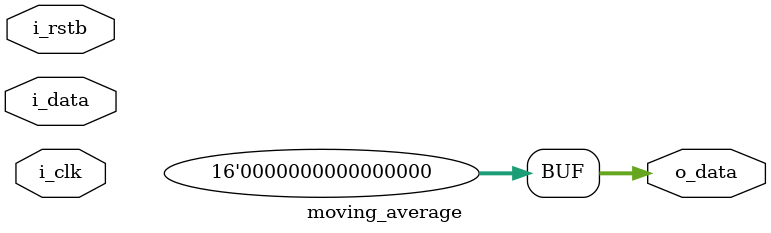
<source format=sv>
`timescale 1ns/100ps
module moving_average#(
    parameter DATA_WD = 16
)(
    input  logic                      i_clk,
    input  logic                      i_rstb,
    input  logic signed [DATA_WD-1:0] i_data,
    output logic signed [DATA_WD-1:0] o_data
);

// Edit the code here begin ---------------------------------------------------

    assign o_data = 'b0;

// Edit the code here end -----------------------------------------------------

/*
    Following section is necessary for dumping waveforms. This is needed for debug and simulations
*/

`ifndef DISABLE_WAVES
    initial begin
        $dumpfile("./sim_build/moving_average.vcd");
        $dumpvars(0, moving_average);
    end
`endif
   
endmodule

     

</source>
